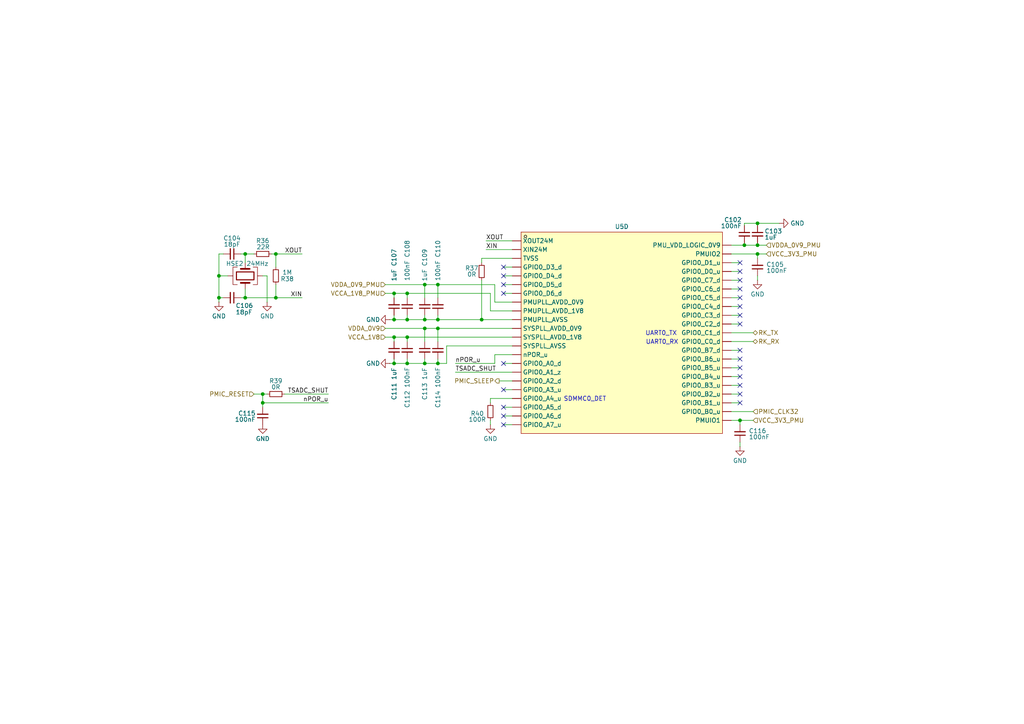
<source format=kicad_sch>
(kicad_sch (version 20250114) (generator "eeschema") (generator_version "9.0")
  (paper "A4")
  (title_block (title "PMUIO 1/2, OSC") (date "2025-11-23") (rev "1.0") (company "UVic Rocketry") (comment 1 "Author: Eric Handley"))
  (text "SDMMC0_DET" (at 169.672 115.824 0) (effects (font (size 1.27 1.27))))
  (text "UART0_TX" (at 191.77 96.774 0) (effects (font (size 1.27 1.27))))
  (text "UART0_RX" (at 192.024 99.314 0) (effects (font (size 1.27 1.27))))
  (junction (at 114.3 105.41))
  (junction (at 139.7 92.71))
  (junction (at 114.3 97.79))
  (junction (at 127 95.25))
  (junction (at 123.19 95.25))
  (junction (at 219.71 73.66))
  (junction (at 71.12 86.36))
  (junction (at 214.63 121.92))
  (junction (at 114.3 85.09))
  (junction (at 118.11 97.79))
  (junction (at 127 92.71))
  (junction (at 71.12 73.66))
  (junction (at 80.01 73.66))
  (junction (at 127 105.41))
  (junction (at 118.11 92.71))
  (junction (at 215.9 71.12))
  (junction (at 63.5 80.01))
  (junction (at 127 82.55))
  (junction (at 219.71 71.12))
  (junction (at 63.5 86.36))
  (junction (at 123.19 105.41))
  (junction (at 76.2 116.84))
  (junction (at 76.2 114.3))
  (junction (at 219.71 64.77))
  (junction (at 123.19 92.71))
  (junction (at 123.19 82.55))
  (junction (at 118.11 105.41))
  (junction (at 80.01 86.36))
  (junction (at 118.11 85.09))
  (junction (at 114.3 92.71))
  (no_connect (at 146.05 82.55))
  (no_connect (at 214.63 88.9))
  (no_connect (at 214.63 93.98))
  (no_connect (at 146.05 120.65))
  (no_connect (at 214.63 116.84))
  (no_connect (at 214.63 111.76))
  (no_connect (at 214.63 114.3))
  (no_connect (at 146.05 77.47))
  (no_connect (at 146.05 113.03))
  (no_connect (at 146.05 105.41))
  (no_connect (at 146.05 80.01))
  (no_connect (at 146.05 118.11))
  (no_connect (at 214.63 81.28))
  (no_connect (at 214.63 76.2))
  (no_connect (at 146.05 85.09))
  (no_connect (at 214.63 83.82))
  (no_connect (at 214.63 86.36))
  (no_connect (at 214.63 101.6))
  (no_connect (at 214.63 91.44))
  (no_connect (at 214.63 78.74))
  (no_connect (at 146.05 123.19))
  (no_connect (at 214.63 109.22))
  (no_connect (at 214.63 106.68))
  (no_connect (at 214.63 104.14))
  (wire (pts (xy 214.63 88.9) (xy 212.09 88.9)))
  (wire (pts (xy 80.01 73.66) (xy 87.63 73.66)))
  (wire (pts (xy 214.63 111.76) (xy 212.09 111.76)))
  (wire (pts (xy 146.05 85.09) (xy 148.59 85.09)))
  (wire (pts (xy 129.54 100.33) (xy 129.54 105.41)))
  (wire (pts (xy 123.19 95.25) (xy 127 95.25)))
  (wire (pts (xy 218.44 96.52) (xy 212.09 96.52)))
  (wire (pts (xy 80.01 77.47) (xy 80.01 73.66)))
  (wire (pts (xy 78.74 73.66) (xy 80.01 73.66)))
  (wire (pts (xy 123.19 82.55) (xy 123.19 86.36)))
  (wire (pts (xy 77.47 80.01) (xy 77.47 87.63)))
  (wire (pts (xy 142.24 85.09) (xy 142.24 90.17)))
  (wire (pts (xy 71.12 86.36) (xy 80.01 86.36)))
  (wire (pts (xy 123.19 91.44) (xy 123.19 92.71)))
  (wire (pts (xy 111.76 85.09) (xy 114.3 85.09)))
  (wire (pts (xy 219.71 71.12) (xy 222.25 71.12)))
  (wire (pts (xy 76.2 118.11) (xy 76.2 116.84)))
  (wire (pts (xy 218.44 119.38) (xy 212.09 119.38)))
  (wire (pts (xy 114.3 104.14) (xy 114.3 105.41)))
  (wire (pts (xy 127 105.41) (xy 129.54 105.41)))
  (wire (pts (xy 63.5 73.66) (xy 63.5 80.01)))
  (wire (pts (xy 63.5 80.01) (xy 63.5 86.36)))
  (wire (pts (xy 118.11 92.71) (xy 123.19 92.71)))
  (wire (pts (xy 114.3 105.41) (xy 118.11 105.41)))
  (wire (pts (xy 142.24 116.84) (xy 142.24 115.57)))
  (wire (pts (xy 123.19 95.25) (xy 123.19 99.06)))
  (wire (pts (xy 82.55 114.3) (xy 95.25 114.3)))
  (wire (pts (xy 111.76 82.55) (xy 123.19 82.55)))
  (wire (pts (xy 219.71 73.66) (xy 222.25 73.66)))
  (wire (pts (xy 76.2 114.3) (xy 76.2 116.84)))
  (wire (pts (xy 118.11 104.14) (xy 118.11 105.41)))
  (wire (pts (xy 214.63 106.68) (xy 212.09 106.68)))
  (wire (pts (xy 146.05 77.47) (xy 148.59 77.47)))
  (wire (pts (xy 114.3 85.09) (xy 114.3 86.36)))
  (wire (pts (xy 66.04 80.01) (xy 63.5 80.01)))
  (wire (pts (xy 219.71 73.66) (xy 219.71 74.93)))
  (wire (pts (xy 123.19 82.55) (xy 127 82.55)))
  (wire (pts (xy 123.19 104.14) (xy 123.19 105.41)))
  (wire (pts (xy 214.63 128.27) (xy 214.63 129.54)))
  (wire (pts (xy 114.3 97.79) (xy 114.3 99.06)))
  (wire (pts (xy 118.11 97.79) (xy 118.11 99.06)))
  (wire (pts (xy 64.77 73.66) (xy 63.5 73.66)))
  (wire (pts (xy 142.24 90.17) (xy 148.59 90.17)))
  (wire (pts (xy 114.3 92.71) (xy 118.11 92.71)))
  (wire (pts (xy 214.63 121.92) (xy 218.44 121.92)))
  (wire (pts (xy 139.7 92.71) (xy 148.59 92.71)))
  (wire (pts (xy 127 104.14) (xy 127 105.41)))
  (wire (pts (xy 146.05 82.55) (xy 148.59 82.55)))
  (wire (pts (xy 127 92.71) (xy 139.7 92.71)))
  (wire (pts (xy 212.09 71.12) (xy 215.9 71.12)))
  (wire (pts (xy 143.51 105.41) (xy 143.51 102.87)))
  (wire (pts (xy 218.44 99.06) (xy 212.09 99.06)))
  (wire (pts (xy 146.05 118.11) (xy 148.59 118.11)))
  (wire (pts (xy 215.9 71.12) (xy 215.9 70.485)))
  (wire (pts (xy 123.19 92.71) (xy 127 92.71)))
  (wire (pts (xy 127 95.25) (xy 148.59 95.25)))
  (wire (pts (xy 111.76 97.79) (xy 114.3 97.79)))
  (wire (pts (xy 142.24 115.57) (xy 148.59 115.57)))
  (wire (pts (xy 214.63 93.98) (xy 212.09 93.98)))
  (wire (pts (xy 214.63 86.36) (xy 212.09 86.36)))
  (wire (pts (xy 80.01 86.36) (xy 87.63 86.36)))
  (wire (pts (xy 118.11 85.09) (xy 142.24 85.09)))
  (wire (pts (xy 214.63 104.14) (xy 212.09 104.14)))
  (wire (pts (xy 132.08 105.41) (xy 143.51 105.41)))
  (wire (pts (xy 73.66 114.3) (xy 76.2 114.3)))
  (wire (pts (xy 214.63 91.44) (xy 212.09 91.44)))
  (wire (pts (xy 63.5 86.36) (xy 63.5 87.63)))
  (wire (pts (xy 127 91.44) (xy 127 92.71)))
  (wire (pts (xy 219.71 71.12) (xy 215.9 71.12)))
  (wire (pts (xy 215.9 65.405) (xy 215.9 64.77)))
  (wire (pts (xy 118.11 85.09) (xy 118.11 86.36)))
  (wire (pts (xy 140.97 69.85) (xy 148.59 69.85)))
  (wire (pts (xy 139.7 81.28) (xy 139.7 92.71)))
  (wire (pts (xy 226.06 64.77) (xy 219.71 64.77)))
  (wire (pts (xy 146.05 113.03) (xy 148.59 113.03)))
  (wire (pts (xy 214.63 81.28) (xy 212.09 81.28)))
  (wire (pts (xy 114.3 97.79) (xy 118.11 97.79)))
  (wire (pts (xy 80.01 82.55) (xy 80.01 86.36)))
  (wire (pts (xy 127 82.55) (xy 143.51 82.55)))
  (wire (pts (xy 139.7 74.93) (xy 148.59 74.93)))
  (wire (pts (xy 71.12 86.36) (xy 71.12 83.82)))
  (wire (pts (xy 64.77 86.36) (xy 63.5 86.36)))
  (wire (pts (xy 219.71 70.485) (xy 219.71 71.12)))
  (wire (pts (xy 76.2 116.84) (xy 95.25 116.84)))
  (wire (pts (xy 143.51 87.63) (xy 148.59 87.63)))
  (wire (pts (xy 77.47 80.01) (xy 76.2 80.01)))
  (wire (pts (xy 214.63 83.82) (xy 212.09 83.82)))
  (wire (pts (xy 212.09 121.92) (xy 214.63 121.92)))
  (wire (pts (xy 127 82.55) (xy 127 86.36)))
  (wire (pts (xy 118.11 91.44) (xy 118.11 92.71)))
  (wire (pts (xy 113.03 105.41) (xy 114.3 105.41)))
  (wire (pts (xy 140.97 72.39) (xy 148.59 72.39)))
  (wire (pts (xy 111.76 95.25) (xy 123.19 95.25)))
  (wire (pts (xy 219.71 80.01) (xy 219.71 81.28)))
  (wire (pts (xy 214.63 101.6) (xy 212.09 101.6)))
  (wire (pts (xy 76.2 114.3) (xy 77.47 114.3)))
  (wire (pts (xy 214.63 109.22) (xy 212.09 109.22)))
  (wire (pts (xy 114.3 85.09) (xy 118.11 85.09)))
  (wire (pts (xy 71.12 86.36) (xy 69.85 86.36)))
  (wire (pts (xy 123.19 105.41) (xy 127 105.41)))
  (wire (pts (xy 214.63 116.84) (xy 212.09 116.84)))
  (wire (pts (xy 214.63 78.74) (xy 212.09 78.74)))
  (wire (pts (xy 71.12 73.66) (xy 73.66 73.66)))
  (wire (pts (xy 146.05 105.41) (xy 148.59 105.41)))
  (wire (pts (xy 129.54 100.33) (xy 148.59 100.33)))
  (wire (pts (xy 214.63 121.92) (xy 214.63 123.19)))
  (wire (pts (xy 71.12 73.66) (xy 69.85 73.66)))
  (wire (pts (xy 71.12 76.2) (xy 71.12 73.66)))
  (wire (pts (xy 132.08 107.95) (xy 148.59 107.95)))
  (wire (pts (xy 127 95.25) (xy 127 99.06)))
  (wire (pts (xy 146.05 123.19) (xy 148.59 123.19)))
  (wire (pts (xy 143.51 82.55) (xy 143.51 87.63)))
  (wire (pts (xy 214.63 76.2) (xy 212.09 76.2)))
  (wire (pts (xy 139.7 74.93) (xy 139.7 76.2)))
  (wire (pts (xy 118.11 97.79) (xy 148.59 97.79)))
  (wire (pts (xy 113.03 92.71) (xy 114.3 92.71)))
  (wire (pts (xy 146.05 120.65) (xy 148.59 120.65)))
  (wire (pts (xy 212.09 73.66) (xy 219.71 73.66)))
  (wire (pts (xy 114.3 91.44) (xy 114.3 92.71)))
  (wire (pts (xy 142.24 123.19) (xy 142.24 121.92)))
  (wire (pts (xy 215.9 64.77) (xy 219.71 64.77)))
  (wire (pts (xy 146.05 80.01) (xy 148.59 80.01)))
  (wire (pts (xy 118.11 105.41) (xy 123.19 105.41)))
  (wire (pts (xy 144.78 110.49) (xy 148.59 110.49)))
  (wire (pts (xy 143.51 102.87) (xy 148.59 102.87)))
  (wire (pts (xy 214.63 114.3) (xy 212.09 114.3)))
  (wire (pts (xy 219.71 64.77) (xy 219.71 65.405)))
  (label "nPOR_u" (at 132.08 105.41 0))
  (label "XIN" (at 87.63 86.36 180))
  (label "TSADC_SHUT" (at 95.25 114.3 180))
  (label "XOUT" (at 140.97 69.85 0))
  (label "XOUT" (at 87.63 73.66 180))
  (label "TSADC_SHUT" (at 132.08 107.95 0))
  (label "XIN" (at 140.97 72.39 0))
  (label "nPOR_u" (at 95.25 116.84 180))
  (hierarchical_label "RK_TX" (shape bidirectional) (at 218.44 96.52 0))
  (hierarchical_label "PMIC_SLEEP" (shape output) (at 144.78 110.49 180))
  (hierarchical_label "VDDA_0V9" (shape input) (at 111.76 95.25 180))
  (hierarchical_label "VCCA_1V8" (shape input) (at 111.76 97.79 180))
  (hierarchical_label "VCCA_1V8_PMU" (shape input) (at 111.76 85.09 180))
  (hierarchical_label "RK_RX" (shape bidirectional) (at 218.44 99.06 0))
  (hierarchical_label "VDDA_0V9_PMU" (shape input) (at 222.25 71.12 0))
  (hierarchical_label "VDDA_0V9_PMU" (shape input) (at 111.76 82.55 180))
  (hierarchical_label "VCC_3V3_PMU" (shape input) (at 218.44 121.92 0))
  (hierarchical_label "PMIC_RESET" (shape input) (at 73.66 114.3 180))
  (hierarchical_label "VCC_3V3_PMU" (shape input) (at 222.25 73.66 0))
  (hierarchical_label "PMIC_CLK32" (shape input) (at 218.44 119.38 0))
  (symbol (lib_id "Device:C_Small") (at 219.71 77.47 0) (mirror x) (unit 1)
    (property "Reference" "C105" (at 222.25 76.7145 0) (effects (justify left)))
    (property "Value" "100nF" (at 222.25 78.486 0) (effects (justify left)))
    (property "Description" "Unpolarized capacitor, small symbol" (effects (hide yes)))
  )
  (symbol (lib_id "Device:C_Small") (at 118.11 88.9 0) (mirror x) (unit 1)
    (property "Reference" "C108" (at 118.11 69.596 90) (effects (justify left)))
    (property "Value" "100nF" (at 118.11 75.438 90) (effects (justify left)))
    (property "Description" "Unpolarized capacitor, small symbol" (effects (hide yes)))
  )
  (symbol (lib_id "power:GND") (at 142.24 123.19 0) (unit 1)
    (property "Reference" "#PWR080" (effects (hide yes)))
    (property "Value" "GND" (at 142.24 127.254 0))
    (property "Description" "Power symbol creates a global label with name \"GND\" , ground" (effects (hide yes)))
  )
  (symbol (lib_id "Device:C_Small") (at 127 88.9 0) (mirror x) (unit 1)
    (property "Reference" "C110" (at 127 69.596 90) (effects (justify left)))
    (property "Value" "100nF" (at 127 75.438 90) (effects (justify left)))
    (property "Description" "Unpolarized capacitor, small symbol" (effects (hide yes)))
  )
  (symbol (lib_id "Device:C_Small") (at 214.63 125.73 0) (mirror x) (unit 1)
    (property "Reference" "C116" (at 217.17 124.9745 0) (effects (justify left)))
    (property "Value" "100nF" (at 217.17 126.746 0) (effects (justify left)))
    (property "Description" "Unpolarized capacitor, small symbol" (effects (hide yes)))
  )
  (symbol (lib_id "power:GND") (at 77.47 87.63 0) (unit 1)
    (property "Reference" "#PWR076" (effects (hide yes)))
    (property "Value" "GND" (at 77.47 91.694 0))
    (property "Description" "Power symbol creates a global label with name \"GND\" , ground" (effects (hide yes)))
  )
  (symbol (lib_id "Device:C_Small") (at 219.71 67.945 0) (unit 1)
    (property "Reference" "C103" (at 221.742 67.0625 0) (effects (justify left)))
    (property "Value" "1uF" (at 221.742 68.834 0) (effects (justify left)))
    (property "Description" "Unpolarized capacitor, small symbol" (effects (hide yes)))
  )
  (symbol (lib_id "Device:C_Small") (at 127 101.6 0) (unit 1)
    (property "Reference" "C114" (at 127 118.364 90) (effects (justify left)))
    (property "Value" "100nF" (at 127 112.522 90) (effects (justify left)))
    (property "Description" "Unpolarized capacitor, small symbol" (effects (hide yes)))
  )
  (symbol (lib_id "power:GND") (at 113.03 105.41 270) (unit 1)
    (property "Reference" "#PWR078" (effects (hide yes)))
    (property "Value" "GND" (at 108.204 105.41 90))
    (property "Description" "Power symbol creates a global label with name \"GND\" , ground" (effects (hide yes)))
  )
  (symbol (lib_id "Device:C_Small") (at 123.19 88.9 0) (mirror x) (unit 1)
    (property "Reference" "C109" (at 123.19 72.136 90) (effects (justify left)))
    (property "Value" "1uF" (at 123.19 77.978 90) (effects (justify left)))
    (property "Description" "Unpolarized capacitor, small symbol" (effects (hide yes)))
  )
  (symbol (lib_id "Device:R_Small") (at 139.7 78.74 0) (unit 1)
    (property "Reference" "R37" (at 136.8425 77.7875 0))
    (property "Value" "0R" (at 136.8425 79.5655 0))
    (property "Description" "Resistor, small symbol" (effects (hide yes)))
  )
  (symbol (lib_id "power:GND") (at 63.5 87.63 0) (unit 1)
    (property "Reference" "#PWR075" (effects (hide yes)))
    (property "Value" "GND" (at 63.5 91.694 0))
    (property "Description" "Power symbol creates a global label with name \"GND\" , ground" (effects (hide yes)))
  )
  (symbol (lib_name "root_0_RK3566__4") (lib_id "RK35661_RK3566-altium-import:root_0_RK3566_") (at 180.34 96.52 0) (unit 4)
    (property "Reference" "U5" (at 180.34 65.7169 0))
    (property "Value" "RK3566" (effects (hide yes)))
    (property "Footprint" "srad-camera-footprints:BGA-565_L15.5-W14.4-P0.40_RK3566_1" (effects (hide yes)))
    (property "SYMBOL" "RK3566" (effects (hide yes)))
    (property "DEVICE" "RK3566" (effects (hide yes)))
    (property "LCSC PART NAME" "RK3566" (effects (hide yes)))
    (property "SUPPLIER PART" "C2943786" (effects (hide yes)))
    (property "MANUFACTURER" "Rockchip(瑞芯微)" (effects (hide yes)))
    (property "MANUFACTURER PART" "RK3566" (effects (hide yes)))
    (property "SUPPLIER FOOTPRINT" "BGA-565(15.5x14.4)" (effects (hide yes)))
    (property "JLCPCB PART CLASS" "Extended Part" (effects (hide yes)))
    (property "DATASHEET" "https://atta.szlcsc.com/upload/public/pdf/source/20240126/58C1D355804B22318A1D6A9C85EA3A92.pdf" (effects (hide yes)))
    (property "SUPPLIER" "LCSC" (effects (hide yes)))
    (property "ADD INTO BOM" "yes" (effects (hide yes)))
    (property "CONVERT TO PCB" "yes" (effects (hide yes)))
  )
  (symbol (lib_id "Device:C_Small") (at 215.9 67.945 0) (mirror y) (unit 1)
    (property "Reference" "C102" (at 215.138 63.754 0) (effects (justify left)))
    (property "Value" "100nF" (at 215.138 65.5255 0) (effects (justify left)))
    (property "Description" "Unpolarized capacitor, small symbol" (effects (hide yes)))
  )
  (symbol (lib_id "power:GND") (at 214.63 129.54 0) (mirror y) (unit 1)
    (property "Reference" "#PWR081" (effects (hide yes)))
    (property "Value" "GND" (at 214.63 133.604 0))
    (property "Description" "Power symbol creates a global label with name \"GND\" , ground" (effects (hide yes)))
  )
  (symbol (lib_id "power:GND") (at 219.71 81.28 0) (mirror y) (unit 1)
    (property "Reference" "#PWR074" (effects (hide yes)))
    (property "Value" "GND" (at 219.71 85.344 0))
    (property "Description" "Power symbol creates a global label with name \"GND\" , ground" (effects (hide yes)))
  )
  (symbol (lib_id "Device:C_Small") (at 114.3 88.9 0) (mirror x) (unit 1)
    (property "Reference" "C107" (at 114.3 72.136 90) (effects (justify left)))
    (property "Value" "1uF" (at 114.3 77.978 90) (effects (justify left)))
    (property "Description" "Unpolarized capacitor, small symbol" (effects (hide yes)))
  )
  (symbol (lib_id "Device:R_Small") (at 142.24 119.38 0) (mirror y) (unit 1)
    (property "Reference" "R40" (at 138.435 119.9458 0))
    (property "Value" "100R" (at 138.43 121.666 0))
    (property "Description" "Resistor, small symbol" (effects (hide yes)))
  )
  (symbol (lib_id "Device:Crystal_GND24") (at 71.12 80.01 270) (mirror x) (unit 1)
    (property "Reference" "HSE2" (at 68.072 76.454 90))
    (property "Value" "24MHz" (at 74.676 76.454 90))
    (property "Description" "Four pin crystal, GND on pins 2 and 4" (effects (hide yes)))
  )
  (symbol (lib_id "power:GND") (at 113.03 92.71 270) (unit 1)
    (property "Reference" "#PWR077" (effects (hide yes)))
    (property "Value" "GND" (at 108.204 92.71 90))
    (property "Description" "Power symbol creates a global label with name \"GND\" , ground" (effects (hide yes)))
  )
  (symbol (lib_id "Device:C_Small") (at 67.31 86.36 270) (unit 1)
    (property "Reference" "C106" (at 68.326 88.646 90) (effects (justify left)))
    (property "Value" "18pF" (at 68.326 90.5623 90) (effects (justify left)))
    (property "Description" "Unpolarized capacitor, small symbol" (effects (hide yes)))
  )
  (symbol (lib_id "Device:C_Small") (at 118.11 101.6 0) (unit 1)
    (property "Reference" "C112" (at 118.11 118.364 90) (effects (justify left)))
    (property "Value" "100nF" (at 118.11 112.522 90) (effects (justify left)))
    (property "Description" "Unpolarized capacitor, small symbol" (effects (hide yes)))
  )
  (symbol (lib_id "Device:R_Small") (at 80.01 114.3 270) (unit 1)
    (property "Reference" "R39" (at 80.01 110.49 90))
    (property "Value" "0R" (at 80.01 112.268 90))
    (property "Description" "Resistor, small symbol" (effects (hide yes)))
  )
  (symbol (lib_id "Device:C_Small") (at 76.2 120.65 180) (unit 1)
    (property "Reference" "C115" (at 74.168 119.888 0) (effects (justify left)))
    (property "Value" "100nF" (at 74.168 121.666 0) (effects (justify left)))
    (property "Description" "Unpolarized capacitor, small symbol" (effects (hide yes)))
  )
  (symbol (lib_id "Device:R_Small") (at 76.2 73.66 270) (unit 1)
    (property "Reference" "R36" (at 76.2 69.85 90))
    (property "Value" "22R" (at 76.327 71.6393 90))
    (property "Description" "Resistor, small symbol" (effects (hide yes)))
  )
  (symbol (lib_id "Device:C_Small") (at 114.3 101.6 0) (unit 1)
    (property "Reference" "C111" (at 114.3 116.078 90) (effects (justify left)))
    (property "Value" "1uF" (at 114.3 110.236 90) (effects (justify left)))
    (property "Description" "Unpolarized capacitor, small symbol" (effects (hide yes)))
  )
  (symbol (lib_id "Device:C_Small") (at 67.31 73.66 270) (unit 1)
    (property "Reference" "C104" (at 67.31 69.088 90))
    (property "Value" "18pF" (at 67.31 70.866 90))
    (property "Description" "Unpolarized capacitor, small symbol" (effects (hide yes)))
  )
  (symbol (lib_id "power:GND") (at 226.06 64.77 90) (unit 1)
    (property "Reference" "#PWR073" (effects (hide yes)))
    (property "Value" "GND" (at 231.2814 64.77 90))
    (property "Description" "Power symbol creates a global label with name \"GND\" , ground" (effects (hide yes)))
  )
  (symbol (lib_id "Device:R_Small") (at 80.01 80.01 0) (mirror y) (unit 1)
    (property "Reference" "R38" (at 83.312 80.9103 0))
    (property "Value" "1M" (at 83.312 78.994 0))
    (property "Description" "Resistor, small symbol" (effects (hide yes)))
  )
  (symbol (lib_id "Device:C_Small") (at 123.19 101.6 0) (unit 1)
    (property "Reference" "C113" (at 123.19 116.078 90) (effects (justify left)))
    (property "Value" "1uF" (at 123.19 110.236 90) (effects (justify left)))
    (property "Description" "Unpolarized capacitor, small symbol" (effects (hide yes)))
  )
  (symbol (lib_id "power:GND") (at 76.2 123.19 0) (unit 1)
    (property "Reference" "#PWR079" (effects (hide yes)))
    (property "Value" "GND" (at 76.2 127.254 0))
    (property "Description" "Power symbol creates a global label with name \"GND\" , ground" (effects (hide yes)))
  )
)
</source>
